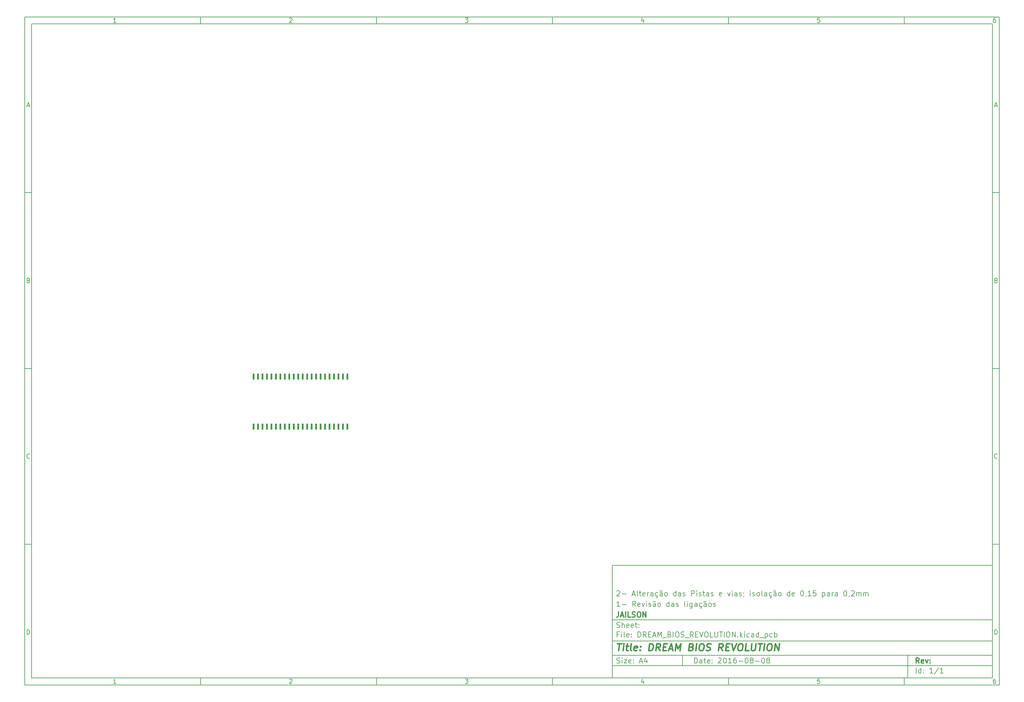
<source format=gbr>
G04 Output by CAMMaster V11.2.74  PentaLogix*
G04 Tue Aug 09 11:47:31 2016*
%FSLAX25Y25*%
%MOIN*%
%IPPOS*%
%ADD11C,0.005906*%
%ADD12C,0.011811*%
%ADD13C,0.015748*%
%ADD101R,0.019685X0.070866*%

%LPD*%
X0Y0D2*D11*G1X1027568Y-753965D2*Y-779556D1*X775599Y-753965D2*Y-765776D1*X983136Y-687739D2*Y-684646D1*X982855Y-684083*X982292Y-683802*X981448*X980886Y-684083*X980605Y-684646*Y-687739D2*Y-684646D1*X980324Y-684083*X979761Y-683802*X978918*X978355Y-684083*X978074Y-684365*Y-687739D2*Y-683802D1*X975262Y-687739D2*Y-684646D1*X974981Y-684083*X974418Y-683802*X973574*X973012Y-684083*X972731Y-684646*Y-687739D2*Y-684646D1*X972450Y-684083*X971887Y-683802*X971044*X970481Y-684083*X970200Y-684365*Y-687739D2*Y-683802D1*X967669Y-687739D2*X964013D1*X967388Y-684365*X967669Y-683521*Y-682959*X967388Y-682396*X967107Y-682115*X966544Y-681834*X965138*X964576Y-682115*X964294Y-682396*X961482Y-688583D2*X961763Y-688302D1*X962045Y-687739*Y-687458*X957264Y-681834D2*X956702Y-682115D1*X956420Y-682396*X956139Y-682959*X955858Y-684083*Y-685490*X956139Y-686614*X956420Y-687177*X956702Y-687458*X957264Y-687739*X957826*X958389Y-687458*X958670Y-687177*X958951Y-686614*X959233Y-685490*Y-684083*X958951Y-682959*X958670Y-682396*X958389Y-682115*X957826Y-681834*X957264*X948828Y-685208D2*X948265Y-685490D1*X946859*X946297Y-685771*X946015Y-686333*Y-686896*X946297Y-687458*X946859Y-687739*X948265*X948828Y-687458*X946297Y-684083D2*X946859Y-683802D1*X947984*X948546Y-684083*X948828Y-684646*Y-687739*X944328Y-683802D2*X943766D1*X943203Y-684083*X942922Y-684365*X942641Y-684927*Y-687739D2*Y-683802D1*X939829Y-685208D2*X939266Y-685490D1*X937860*X937298Y-685771*X937017Y-686333*Y-686896*X937298Y-687458*X937860Y-687739*X939266*X939829Y-687458*X937298Y-684083D2*X937860Y-683802D1*X938985*X939547Y-684083*X939829Y-684646*Y-687739*X931955Y-687458D2*X932517Y-687739D1*X933642*X934204Y-687458*X934486Y-687177*X934767Y-686614*Y-684927*X934486Y-684365*X934204Y-684083*X933642Y-683802*X932517*X931955Y-684083*Y-683802D2*Y-689708D1*X921550Y-687177D2*X921831Y-687458D1*X922393Y-687739*X923799*X924362Y-687458*X924643Y-687177*X924924Y-686614*Y-685208*X924643Y-684646*X924362Y-684365*X923799Y-684083*X922393*X921831Y-684365*X921550Y-684646*X921831Y-681834*X924643*X915925Y-683521D2*X916488Y-683240D1*X917050Y-682677*X917613Y-681834*Y-687739*X919300D2*X915925D1*X913113Y-688583D2*X913394Y-688302D1*X913676Y-687739*Y-687458*X908895Y-681834D2*X908333Y-682115D1*X908051Y-682396*X907770Y-682959*X907489Y-684083*Y-685490*X907770Y-686614*X908051Y-687177*X908333Y-687458*X908895Y-687739*X909457*X910020Y-687458*X910301Y-687177*X910582Y-686614*X910864Y-685490*Y-684083*X910582Y-682959*X910301Y-682396*X910020Y-682115*X909457Y-681834*X908895*X897928Y-685771D2*X900740Y-685208D1*Y-684646*X900459Y-684083*X899896Y-683802*X898771*X898209Y-684083*X897928Y-684646*Y-686896*X898209Y-687458*X898771Y-687739*X899896*X900459Y-687458*X895397Y-684083D2*X894834Y-683802D1*X893709*X893147Y-684083*X892866Y-684365*X892585Y-684927*Y-686614*X892866Y-687177*X893147Y-687458*X893709Y-687739*X894834*X895397Y-687458*Y-687739D2*Y-681834D1*X883867Y-687739D2*X884711D1*X885273Y-687458*X885554Y-687177*X885835Y-686614*Y-684927*X885554Y-684365*X885273Y-684083*X884711Y-683802*X883867*X883304Y-684083*X883023Y-684365*X882742Y-684927*Y-686614*X883023Y-687177*X883304Y-687458*X883867Y-687739*X880211Y-681834D2*X879930Y-682115D1*X879367Y-682396*X878243Y-681834*X877680Y-682115*X877399Y-682396*X880211Y-685208D2*X879649Y-685490D1*X878243*X877680Y-685771*X877399Y-686333*Y-686896*X877680Y-687458*X878243Y-687739*X879649*X880211Y-687458*X877680Y-684083D2*X878243Y-683802D1*X879367*X879930Y-684083*X880211Y-684646*Y-687739*X873181Y-689708D2*X874024D1*X874587Y-689427*X874868Y-688864*X874587Y-688302*X874024Y-688020*X875149Y-684083D2*X874587Y-683802D1*X873462*X872900Y-684083*X872618Y-684365*X872337Y-684927*Y-686614*X872618Y-687177*X872900Y-687458*X873462Y-687739*X874587*X875149Y-687458*X869806Y-685208D2*X869244Y-685490D1*X867838*X867275Y-685771*X866994Y-686333*Y-686896*X867275Y-687458*X867838Y-687739*X869244*X869806Y-687458*X867275Y-684083D2*X867838Y-683802D1*X868963*X869525Y-684083*X869806Y-684646*Y-687739*X864182Y-681834D2*Y-686896D1*X864463Y-687458*X865026Y-687739*X859682D2*X860526D1*X861089Y-687458*X861370Y-687177*X861651Y-686614*Y-684927*X861370Y-684365*X861089Y-684083*X860526Y-683802*X859682*X859120Y-684083*X858839Y-684365*X858558Y-684927*Y-686614*X858839Y-687177*X859120Y-687458*X859682Y-687739*X856027Y-684083D2*X855464Y-683802D1*X854621*X854058Y-684083*X853777Y-684646*Y-684927*X854058Y-685490*X854621Y-685771*X855464*X856027Y-686052*X856308Y-686614*Y-686896*X856027Y-687458*X855464Y-687739*X854339*X853777Y-687458*X851246Y-682396D2*Y-681834D1*X851527Y-682115*X851246Y-682396*X850965Y-682115*X851246Y-681834*Y-687739D2*Y-683802D1*X843934Y-684646D2*Y-684083D1*X843653Y-684365*X843934Y-684646*X844216Y-684365*X843934Y-684083*X843653Y-688583D2*X843934Y-688302D1*X844216Y-687739*Y-687458*X841122Y-684083D2*X840560Y-683802D1*X839716*X839154Y-684083*X838873Y-684646*Y-684927*X839154Y-685490*X839716Y-685771*X840560*X841122Y-686052*X841403Y-686614*Y-686896*X841122Y-687458*X840560Y-687739*X839435*X838873Y-687458*X836342Y-685208D2*X835779Y-685490D1*X834373*X833811Y-685771*X833529Y-686333*Y-686896*X833811Y-687458*X834373Y-687739*X835779*X836342Y-687458*X833811Y-684083D2*X834373Y-683802D1*X835498*X836060Y-684083*X836342Y-684646*Y-687739*X830999Y-682396D2*Y-681834D1*X831280Y-682115*X830999Y-682396*X830717Y-682115*X830999Y-681834*Y-687739D2*Y-683802D1*X828749D2*X827343Y-687739D1*X825937Y-683802*X816657Y-685771D2*X819469Y-685208D1*Y-684646*X819188Y-684083*X818625Y-683802*X817500*X816938Y-684083*X816657Y-684646*Y-686896*X816938Y-687458*X817500Y-687739*X818625*X819188Y-687458*X809626Y-684083D2*X809064Y-683802D1*X808220*X807658Y-684083*X807376Y-684646*Y-684927*X807658Y-685490*X808220Y-685771*X809064*X809626Y-686052*X809907Y-686614*Y-686896*X809626Y-687458*X809064Y-687739*X807939*X807376Y-687458*X804846Y-685208D2*X804283Y-685490D1*X802877*X802315Y-685771*X802033Y-686333*Y-686896*X802315Y-687458*X802877Y-687739*X804283*X804846Y-687458*X802315Y-684083D2*X802877Y-683802D1*X804002*X804564Y-684083*X804846Y-684646*Y-687739*X800346D2*X799784D1*X799221Y-687458*X798940Y-686896*Y-681834*X798096Y-683802D2*X800346D1*X796128Y-684083D2*X795565Y-683802D1*X794722*X794159Y-684083*X793878Y-684646*Y-684927*X794159Y-685490*X794722Y-685771*X795565*X796128Y-686052*X796409Y-686614*Y-686896*X796128Y-687458*X795565Y-687739*X794441*X793878Y-687458*X791347Y-682396D2*Y-681834D1*X791628Y-682115*X791347Y-682396*X791066Y-682115*X791347Y-681834*Y-687739D2*Y-683802D1*X785442Y-684927D2*X787691D1*X788254Y-684646*X788535Y-684365*X788816Y-683802*Y-682959*X788535Y-682396*X788254Y-682115*X787691Y-681834*X785442*Y-687739*X778130Y-684083D2*X777568Y-683802D1*X776724*X776162Y-684083*X775880Y-684646*Y-684927*X776162Y-685490*X776724Y-685771*X777568*X778130Y-686052*X778411Y-686614*Y-686896*X778130Y-687458*X777568Y-687739*X776443*X775880Y-687458*X773349Y-685208D2*X772787Y-685490D1*X771381*X770819Y-685771*X770537Y-686333*Y-686896*X770819Y-687458*X771381Y-687739*X772787*X773349Y-687458*X770819Y-684083D2*X771381Y-683802D1*X772506*X773068Y-684083*X773349Y-684646*Y-687739*X768006Y-684083D2*X767444Y-683802D1*X766319*X765757Y-684083*X765475Y-684365*X765194Y-684927*Y-686614*X765475Y-687177*X765757Y-687458*X766319Y-687739*X767444*X768006Y-687458*Y-687739D2*Y-681834D1*X756477Y-687739D2*X757320D1*X757883Y-687458*X758164Y-687177*X758445Y-686614*Y-684927*X758164Y-684365*X757883Y-684083*X757320Y-683802*X756477*X755914Y-684083*X755633Y-684365*X755352Y-684927*Y-686614*X755633Y-687177*X755914Y-687458*X756477Y-687739*X752821Y-681834D2*X752540Y-682115D1*X751977Y-682396*X750852Y-681834*X750290Y-682115*X750009Y-682396*X752821Y-685208D2*X752258Y-685490D1*X750852*X750290Y-685771*X750009Y-686333*Y-686896*X750290Y-687458*X750852Y-687739*X752258*X752821Y-687458*X750290Y-684083D2*X750852Y-683802D1*X751977*X752540Y-684083*X752821Y-684646*Y-687739*X745790Y-689708D2*X746634D1*X747196Y-689427*X747478Y-688864*X747196Y-688302*X746634Y-688020*X747759Y-684083D2*X747196Y-683802D1*X746072*X745509Y-684083*X745228Y-684365*X744947Y-684927*Y-686614*X745228Y-687177*X745509Y-687458*X746072Y-687739*X747196*X747759Y-687458*X742416Y-685208D2*X741853Y-685490D1*X740447*X739885Y-685771*X739604Y-686333*Y-686896*X739885Y-687458*X740447Y-687739*X741853*X742416Y-687458*X739885Y-684083D2*X740447Y-683802D1*X741572*X742135Y-684083*X742416Y-684646*Y-687739*X737916Y-683802D2*X737354D1*X736792Y-684083*X736510Y-684365*X736229Y-684927*Y-687739D2*Y-683802D1*X730886Y-685771D2*X733698Y-685208D1*Y-684646*X733417Y-684083*X732855Y-683802*X731730*X731167Y-684083*X730886Y-684646*Y-686896*X731167Y-687458*X731730Y-687739*X732855*X733417Y-687458*X729199Y-687739D2*X728636D1*X728074Y-687458*X727793Y-686896*Y-681834*X726949Y-683802D2*X729199D1*X724699Y-681834D2*Y-686896D1*X724981Y-687458*X725543Y-687739*X722731D2*X720762Y-681834D1*X718794Y-687739*X719356Y-686052D2*X722168D1*X707826Y-685490D2*X712326D1*X705296Y-687739D2*X701640D1*X705014Y-684365*X705296Y-683521*Y-682959*X705014Y-682396*X704733Y-682115*X704171Y-681834*X702765*X702202Y-682115*X701921Y-682396*X812157Y-695894D2*X811595Y-695613D1*X810751*X810189Y-695894*X809907Y-696457*Y-696738*X810189Y-697301*X810751Y-697582*X811595*X812157Y-697863*X812438Y-698425*Y-698707*X812157Y-699269*X811595Y-699550*X810470*X809907Y-699269*X805689Y-699550D2*X806533D1*X807095Y-699269*X807376Y-698988*X807658Y-698425*Y-696738*X807376Y-696176*X807095Y-695894*X806533Y-695613*X805689*X805127Y-695894*X804846Y-696176*X804564Y-696738*Y-698425*X804846Y-698988*X805127Y-699269*X805689Y-699550*X802033Y-693645D2*X801752Y-693926D1*X801190Y-694207*X800065Y-693645*X799502Y-693926*X799221Y-694207*X802033Y-697019D2*X801471Y-697301D1*X800065*X799502Y-697582*X799221Y-698144*Y-698707*X799502Y-699269*X800065Y-699550*X801471*X802033Y-699269*X799502Y-695894D2*X800065Y-695613D1*X801190*X801752Y-695894*X802033Y-696457*Y-699550*X795003Y-701519D2*X795847D1*X796409Y-701238*X796690Y-700675*X796409Y-700113*X795847Y-699831*X796972Y-695894D2*X796409Y-695613D1*X795284*X794722Y-695894*X794441Y-696176*X794159Y-696738*Y-698425*X794441Y-698988*X794722Y-699269*X795284Y-699550*X796409*X796972Y-699269*X791628Y-697019D2*X791066Y-697301D1*X789660*X789098Y-697582*X788816Y-698144*Y-698707*X789098Y-699269*X789660Y-699550*X791066*X791628Y-699269*X789098Y-695894D2*X789660Y-695613D1*X790785*X791347Y-695894*X791628Y-696457*Y-699550*X786285Y-695894D2*X785723Y-695613D1*X784598*X784036Y-695894*X783754Y-696176*X783473Y-696738*Y-698425*X783754Y-698988*X784036Y-699269*X784598Y-699550*X785723*X786285Y-699269*X783754Y-701238D2*X784317Y-701519D1*X785161*X785723Y-701238*X786004Y-700956*X786285Y-700394*Y-695613*X780942Y-694207D2*Y-693645D1*X781224Y-693926*X780942Y-694207*X780661Y-693926*X780942Y-693645*Y-699550D2*Y-695613D1*X777849Y-693645D2*Y-698707D1*X778130Y-699269*X778693Y-699550*X770537Y-695894D2*X769975Y-695613D1*X769131*X768569Y-695894*X768288Y-696457*Y-696738*X768569Y-697301*X769131Y-697582*X769975*X770537Y-697863*X770819Y-698425*Y-698707*X770537Y-699269*X769975Y-699550*X768850*X768288Y-699269*X765757Y-697019D2*X765194Y-697301D1*X763788*X763226Y-697582*X762945Y-698144*Y-698707*X763226Y-699269*X763788Y-699550*X765194*X765757Y-699269*X763226Y-695894D2*X763788Y-695613D1*X764913*X765475Y-695894*X765757Y-696457*Y-699550*X760414Y-695894D2*X759851Y-695613D1*X758726*X758164Y-695894*X757883Y-696176*X757601Y-696738*Y-698425*X757883Y-698988*X758164Y-699269*X758726Y-699550*X759851*X760414Y-699269*Y-699550D2*Y-693645D1*X748884Y-699550D2*X749727D1*X750290Y-699269*X750571Y-698988*X750852Y-698425*Y-696738*X750571Y-696176*X750290Y-695894*X749727Y-695613*X748884*X748321Y-695894*X748040Y-696176*X747759Y-696738*Y-698425*X748040Y-698988*X748321Y-699269*X748884Y-699550*X745228Y-693645D2*X744947Y-693926D1*X744384Y-694207*X743259Y-693645*X742697Y-693926*X742416Y-694207*X745228Y-697019D2*X744666Y-697301D1*X743259*X742697Y-697582*X742416Y-698144*Y-698707*X742697Y-699269*X743259Y-699550*X744666*X745228Y-699269*X742697Y-695894D2*X743259Y-695613D1*X744384*X744947Y-695894*X745228Y-696457*Y-699550*X739885Y-695894D2*X739322Y-695613D1*X738479*X737916Y-695894*X737635Y-696457*Y-696738*X737916Y-697301*X738479Y-697582*X739322*X739885Y-697863*X740166Y-698425*Y-698707*X739885Y-699269*X739322Y-699550*X738198*X737635Y-699269*X735104Y-694207D2*Y-693645D1*X735385Y-693926*X735104Y-694207*X734823Y-693926*X735104Y-693645*Y-699550D2*Y-695613D1*X732855D2*X731448Y-699550D1*X730042Y-695613*X725262Y-697582D2*X728074Y-697019D1*Y-696457*X727793Y-695894*X727230Y-695613*X726105*X725543Y-695894*X725262Y-696457*Y-698707*X725543Y-699269*X726105Y-699550*X727230*X727793Y-699269*X719637Y-696738D2*X721887D1*X722450Y-696457*X722731Y-696176*X723012Y-695613*Y-694770*X722731Y-694207*X722450Y-693926*X721887Y-693645*X719637*Y-699550*X723012D2*X721044Y-696738D1*X707826Y-697301D2*X712326D1*X701921Y-695332D2*X702483Y-695051D1*X703046Y-694488*X703608Y-693645*Y-699550*X705296D2*X701921D1*X726668Y-720079D2*Y-719517D1*X726387Y-719798*X726668Y-720079*X726949Y-719798*X726668Y-719517*Y-723172D2*Y-722610D1*X726387Y-722891*X726668Y-723172*X726949Y-722891*X726668Y-722610*X724699Y-723172D2*X724137D1*X723574Y-722891*X723293Y-722329*Y-717267*X722450Y-719235D2*X724699D1*X717950Y-721204D2*X720762Y-720641D1*Y-720079*X720481Y-719517*X719919Y-719235*X718794*X718231Y-719517*X717950Y-720079*Y-722329*X718231Y-722891*X718794Y-723172*X719919*X720481Y-722891*X712888Y-721204D2*X715700Y-720641D1*Y-720079*X715419Y-719517*X714857Y-719235*X713732*X713170Y-719517*X712888Y-720079*Y-722329*X713170Y-722891*X713732Y-723172*X714857*X715419Y-722891*X707826Y-719798D2*X708108Y-719517D1*X708670Y-719235*X709514*X710076Y-719517*X710357Y-720079*Y-723172*X707826D2*Y-717267D1*X705296Y-717548D2*X704452Y-717267D1*X703046*X702483Y-717548*X702202Y-717829*X701921Y-718392*Y-718954*X702202Y-719517*X702483Y-719798*X703046Y-720079*X704171Y-720360*X704733Y-720641*X705014Y-720923*X705296Y-721485*Y-722047*X705014Y-722610*X704733Y-722891*X704171Y-723172*X702765*X701921Y-722891*X696859Y-714595D2*X1122056D1*X878243Y-733521D2*X878805Y-733802D1*X879930*X880492Y-733521*X880774Y-733240*X881055Y-732677*Y-730990*X880774Y-730428*X880492Y-730146*X879930Y-729865*X878805*X878243Y-730146*Y-733802D2*Y-727897D1*X875712Y-730146D2*X875149Y-729865D1*X874024*X873462Y-730146*X873181Y-730428*X872900Y-730990*Y-732677*X873181Y-733240*X873462Y-733521*X874024Y-733802*X875149*X875712Y-733521*X867838D2*X868400Y-733802D1*X869525*X870087Y-733521*X870369Y-733240*X870650Y-732677*Y-730990*X870369Y-730428*X870087Y-730146*X869525Y-729865*X868400*X867838Y-730146*Y-729865D2*Y-735771D1*X861932Y-734365D2*X866432D1*X860526Y-730146D2*X859964Y-729865D1*X858839*X858276Y-730146*X857995Y-730428*X857714Y-730990*Y-732677*X857995Y-733240*X858276Y-733521*X858839Y-733802*X859964*X860526Y-733521*Y-733802D2*Y-727897D1*X855183Y-731271D2*X854621Y-731553D1*X853215*X852652Y-731834*X852371Y-732396*Y-732959*X852652Y-733521*X853215Y-733802*X854621*X855183Y-733521*X852652Y-730146D2*X853215Y-729865D1*X854339*X854902Y-730146*X855183Y-730709*Y-733802*X850121Y-730146D2*X849559Y-729865D1*X848434*X847871Y-730146*X847590Y-730428*X847309Y-730990*Y-732677*X847590Y-733240*X847871Y-733521*X848434Y-733802*X849559*X850121Y-733521*X844778Y-728459D2*Y-727897D1*X845059Y-728178*X844778Y-728459*X844497Y-728178*X844778Y-727897*Y-733802D2*Y-729865D1*X842247D2*X839997Y-732115D1*X840560Y-731553D2*X842247Y-733802D1*X839997D2*Y-727897D1*X837185Y-733802D2*Y-733240D1*X836904Y-733521*X837185Y-733802*X837466Y-733521*X837185Y-733240*X834373Y-727897D2*Y-733802D1*X830999Y-727897*Y-733802*X825937Y-727897D2*X825374Y-728178D1*X824812Y-728740*X824531Y-729865*Y-731834*X824812Y-732959*X825374Y-733521*X825937Y-733802*X827062*X827624Y-733521*X828186Y-732959*X828468Y-731834*Y-729865*X828186Y-728740*X827624Y-728178*X827062Y-727897*X825937*X822000Y-733802D2*Y-727897D1*X818344Y-733802D2*Y-727897D1*X816657D2*X820031D1*X814688D2*Y-732677D1*X814407Y-733240*X814126Y-733521*X813563Y-733802*X812438*X811876Y-733521*X811595Y-733240*X811314Y-732677*Y-727897*X806533D2*Y-733802D1*X809345*X801471Y-727897D2*X800909Y-728178D1*X800346Y-728740*X800065Y-729865*Y-731834*X800346Y-732959*X800909Y-733521*X801471Y-733802*X802596*X803158Y-733521*X803721Y-732959*X804002Y-731834*Y-729865*X803721Y-728740*X803158Y-728178*X802596Y-727897*X801471*X798378D2*X796409Y-733802D1*X794441Y-727897*X792753D2*X789941D1*Y-733802*X792753*X789941Y-730709D2*X791910D1*X784036Y-730990D2*X786285D1*X786848Y-730709*X787129Y-730428*X787410Y-729865*Y-729022*X787129Y-728459*X786848Y-728178*X786285Y-727897*X784036*Y-733802*X787410D2*X785442Y-730990D1*X778130Y-734365D2*X782630D1*X777005Y-728178D2*X776162Y-727897D1*X774756*X774193Y-728178*X773912Y-728459*X773631Y-729022*Y-729584*X773912Y-730146*X774193Y-730428*X774756Y-730709*X775880Y-730990*X776443Y-731271*X776724Y-731553*X777005Y-732115*Y-732677*X776724Y-733240*X776443Y-733521*X775880Y-733802*X774474*X773631Y-733521*X768850Y-727897D2*X768288Y-728178D1*X767725Y-728740*X767444Y-729865*Y-731834*X767725Y-732959*X768288Y-733521*X768850Y-733802*X769975*X770537Y-733521*X771100Y-732959*X771381Y-731834*Y-729865*X771100Y-728740*X770537Y-728178*X769975Y-727897*X768850*X764913Y-733802D2*Y-727897D1*X759008Y-730709D2*X760976D1*X761538Y-730428*X761820Y-730146*X762101Y-729584*Y-729022*X761820Y-728459*X761538Y-728178*X760976Y-727897*X759008*Y-733802*X761257*X761820Y-733521*X762101Y-733240*X762382Y-732677*Y-731834*X762101Y-731271*X761820Y-730990*X760976Y-730709*X753102Y-734365D2*X757601D1*X751696Y-733802D2*Y-727897D1*X749727Y-732115*X747759Y-727897*Y-733802*X745790D2*X743822Y-727897D1*X741853Y-733802*X742416Y-732115D2*X745228D1*X740166Y-727897D2*X737354D1*Y-733802*X740166*X737354Y-730709D2*X739322D1*X731448Y-730990D2*X733698D1*X734261Y-730709*X734542Y-730428*X734823Y-729865*Y-729022*X734542Y-728459*X734261Y-728178*X733698Y-727897*X731448*Y-733802*X734823D2*X732855Y-730990D1*X725543Y-733802D2*X726949D1*X727793Y-733521*X728355Y-732959*X728636Y-732396*X728918Y-731271*Y-730428*X728636Y-729303*X728355Y-728740*X727793Y-728178*X726949Y-727897*X725543*Y-733802*X718231Y-730709D2*Y-730146D1*X717950Y-730428*X718231Y-730709*X718513Y-730428*X718231Y-730146*Y-733802D2*Y-733240D1*X717950Y-733521*X718231Y-733802*X718513Y-733521*X718231Y-733240*X712888Y-731834D2*X715700Y-731271D1*Y-730709*X715419Y-730146*X714857Y-729865*X713732*X713170Y-730146*X712888Y-730709*Y-732959*X713170Y-733521*X713732Y-733802*X714857*X715419Y-733521*X710076Y-727897D2*Y-732959D1*X710357Y-733521*X710920Y-733802*X707264Y-728459D2*Y-727897D1*X707545Y-728178*X707264Y-728459*X706983Y-728178*X707264Y-727897*Y-733802D2*Y-729865D1*X705014Y-727897D2*X702202D1*Y-733802*X704171Y-730709D2*X702202D1*X696859Y-738217D2*X1122056D1*X1063844Y-769741D2*X1064407Y-769460D1*X1064969Y-768898*X1065532Y-768054*Y-773960*X1067219D2*X1063844D1*X1062157Y-767773D2*X1057095Y-775366D1*X1052033Y-769741D2*X1052596Y-769460D1*X1053158Y-768898*X1053721Y-768054*Y-773960*X1055408D2*X1052033D1*X1045003Y-770866D2*Y-770304D1*X1044722Y-770585*X1045003Y-770866*X1045284Y-770585*X1045003Y-770304*Y-773960D2*Y-773397D1*X1044722Y-773679*X1045003Y-773960*X1045284Y-773679*X1045003Y-773397*X1042191Y-770304D2*X1041628Y-770023D1*X1040504*X1039941Y-770304*X1039660Y-770585*X1039379Y-771148*Y-772835*X1039660Y-773397*X1039941Y-773679*X1040504Y-773960*X1041628*X1042191Y-773679*Y-773960D2*Y-768054D1*X1036848Y-773960D2*Y-768054D1*X736229Y-760968D2*X732573D1*X733979Y-756749*X735385Y-758999D2*Y-762936D1*X730886D2*X728918Y-757031D1*X726949Y-762936*X727511Y-761249D2*X730324D1*X720481Y-759843D2*Y-759280D1*X720200Y-759562*X720481Y-759843*X720762Y-759562*X720481Y-759280*Y-762936D2*Y-762374D1*X720200Y-762655*X720481Y-762936*X720762Y-762655*X720481Y-762374*X715138Y-760968D2*X717950Y-760405D1*Y-759843*X717669Y-759280*X717107Y-758999*X715982*X715419Y-759280*X715138Y-759843*Y-762092*X715419Y-762655*X715982Y-762936*X717107*X717669Y-762655*X713170Y-762936D2*X710076D1*X713170Y-758999*X710076*X707826Y-757593D2*Y-757031D1*X708108Y-757312*X707826Y-757593*X707545Y-757312*X707826Y-757031*Y-762936D2*Y-758999D1*X705296Y-757312D2*X704452Y-757031D1*X703046*X702483Y-757312*X702202Y-757593*X701921Y-758155*Y-758718*X702202Y-759280*X702483Y-759562*X703046Y-759843*X704171Y-760124*X704733Y-760405*X705014Y-760686*X705296Y-761249*Y-761811*X705014Y-762374*X704733Y-762655*X704171Y-762936*X702765*X701921Y-762655*X696859Y-753965D2*X1122056D1*X696859Y-765776D2*X1122056D1*X871775Y-759562D2*X872337Y-759843D1*X872618Y-760124*X872900Y-760686*Y-761811*X872618Y-762374*X872337Y-762655*X871775Y-762936*X870650*X870087Y-762655*X869806Y-762374*X869525Y-761811*Y-760686*X869806Y-760124*X870087Y-759843*X870650Y-759562*X871775*X872337Y-759280*X872618Y-758999*X872900Y-758437*Y-758155*X872618Y-757593*X872337Y-757312*X871775Y-757031*X870650*X870087Y-757312*X869806Y-757593*X869525Y-758155*Y-758437*X869806Y-758999*X870087Y-759280*X870650Y-759562*X865307Y-757031D2*X864744Y-757312D1*X864463Y-757593*X864182Y-758155*X863901Y-759280*Y-760686*X864182Y-761811*X864463Y-762374*X864744Y-762655*X865307Y-762936*X865869*X866432Y-762655*X866713Y-762374*X866994Y-761811*X867275Y-760686*Y-759280*X866994Y-758155*X866713Y-757593*X866432Y-757312*X865869Y-757031*X865307*X856870Y-760686D2*X861370D1*X853214Y-759562D2*X853777Y-759843D1*X854058Y-760124*X854339Y-760686*Y-761811*X854058Y-762374*X853777Y-762655*X853214Y-762936*X852090*X851527Y-762655*X851246Y-762374*X850965Y-761811*Y-760686*X851246Y-760124*X851527Y-759843*X852090Y-759562*X853214*X853777Y-759280*X854058Y-758999*X854339Y-758437*Y-758155*X854058Y-757593*X853777Y-757312*X853214Y-757031*X852090*X851527Y-757312*X851246Y-757593*X850965Y-758155*Y-758437*X851246Y-758999*X851527Y-759280*X852090Y-759562*X846747Y-757031D2*X846184Y-757312D1*X845903Y-757593*X845622Y-758155*X845340Y-759280*Y-760686*X845622Y-761811*X845903Y-762374*X846184Y-762655*X846747Y-762936*X847309*X847871Y-762655*X848153Y-762374*X848434Y-761811*X848715Y-760686*Y-759280*X848434Y-758155*X848153Y-757593*X847871Y-757312*X847309Y-757031*X846747*X838310Y-760686D2*X842810D1*X832405Y-760405D2*X832686Y-759843D1*X832967Y-759562*X833529Y-759280*X834654*X835217Y-759562*X835498Y-759843*X835779Y-760405*Y-761811*X835498Y-762374*X835217Y-762655*X834654Y-762936*X833529*X832967Y-762655*X832686Y-762374*X832405Y-761811*Y-759562*X832686Y-758437*X833248Y-757593*X833529Y-757312*X834092Y-757031*X835217*X826780Y-758718D2*X827343Y-758437D1*X827905Y-757874*X828468Y-757031*Y-762936*X830155D2*X826780D1*X822562Y-757031D2*X822000Y-757312D1*X821718Y-757593*X821437Y-758155*X821156Y-759280*Y-760686*X821437Y-761811*X821718Y-762374*X822000Y-762655*X822562Y-762936*X823125*X823687Y-762655*X823968Y-762374*X824249Y-761811*X824531Y-760686*Y-759280*X824249Y-758155*X823968Y-757593*X823687Y-757312*X823125Y-757031*X822562*X818906Y-762936D2*X815251D1*X818625Y-759562*X818906Y-758718*Y-758155*X818625Y-757593*X818344Y-757312*X817781Y-757031*X816375*X815813Y-757312*X815532Y-757593*X808501Y-759843D2*Y-759280D1*X808220Y-759562*X808501Y-759843*X808783Y-759562*X808501Y-759280*Y-762936D2*Y-762374D1*X808220Y-762655*X808501Y-762936*X808783Y-762655*X808501Y-762374*X803158Y-760968D2*X805970Y-760405D1*Y-759843*X805689Y-759280*X805127Y-758999*X804002*X803439Y-759280*X803158Y-759843*Y-762092*X803439Y-762655*X804002Y-762936*X805127*X805689Y-762655*X801471Y-762936D2*X800909D1*X800346Y-762655*X800065Y-762092*Y-757031*X799221Y-758999D2*X801471D1*X797253Y-760405D2*X796690Y-760686D1*X795284*X794722Y-760968*X794441Y-761530*Y-762092*X794722Y-762655*X795284Y-762936*X796690*X797253Y-762655*X794722Y-759280D2*X795284Y-758999D1*X796409*X796972Y-759280*X797253Y-759843*Y-762936*X788816D2*X790222D1*X791066Y-762655*X791628Y-762092*X791910Y-761530*X792191Y-760405*Y-759562*X791910Y-758437*X791628Y-757874*X791066Y-757312*X790222Y-757031*X788816*Y-762936*X1124652Y-730662D2*X1125871D1*X1126602Y-730418*X1127090Y-729931*X1127333Y-729443*X1127577Y-728468*Y-727737*X1127333Y-726762*X1127090Y-726275*X1126602Y-725787*X1125871Y-725544*X1124652*Y-730662*X1127577Y-529181D2*X1127333Y-528937D1*X1126602Y-528693*X1126115*X1125384Y-528937*X1124896Y-529424*X1124652Y-529912*X1124409Y-530887*Y-531618*X1124652Y-532593*X1124896Y-533080*X1125384Y-533568*X1126115Y-533811*X1126602*X1127333Y-533568*X1127577Y-533324*X1124652Y-334280D2*X1126359D1*X1126846Y-334036*X1127090Y-333793*X1127333Y-333305*Y-332818*X1127090Y-332330*X1126846Y-332087*X1126359Y-331843*X1124652*Y-336961*X1126602*X1127090Y-336717*X1127333Y-336474*X1127577Y-335986*Y-335255*X1127333Y-334768*X1127090Y-334524*X1126359Y-334280*X1127699Y-140111D2*X1125993Y-134993D1*X1124287Y-140111*X1124774Y-138648D2*X1127211D1*X1129930Y-629921D2*X1122056D1*X1129930Y-433071D2*X1122056D1*X1129930Y-236220D2*X1122056D1*X41967Y-730662D2*X43185D1*X43916Y-730418*X44404Y-729931*X44648Y-729443*X44891Y-728468*Y-727737*X44648Y-726762*X44404Y-726275*X43916Y-725787*X43185Y-725544*X41967*Y-730662*X44891Y-529181D2*X44648Y-528937D1*X43916Y-528693*X43429*X42698Y-528937*X42210Y-529424*X41967Y-529912*X41723Y-530887*Y-531618*X41967Y-532593*X42210Y-533080*X42698Y-533568*X43429Y-533811*X43916*X44648Y-533568*X44891Y-533324*X41967Y-334280D2*X43673D1*X44160Y-334036*X44404Y-333793*X44648Y-333305*Y-332818*X44404Y-332330*X44160Y-332087*X43673Y-331843*X41967*Y-336961*X43916*X44404Y-336717*X44648Y-336474*X44891Y-335986*Y-335255*X44648Y-334768*X44404Y-334524*X43673Y-334280*X45013Y-140111D2*X43307Y-134993D1*X41601Y-140111*X42089Y-138648D2*X44526D1*X39370Y-629921D2*X47244D1*X39370Y-433071D2*X47244D1*X39370Y-236220D2*X47244D1*X1123022Y-783615D2*X1123266Y-783127D1*X1123510Y-782884*X1123997Y-782640*X1124972*X1125459Y-782884*X1125703Y-783127*X1125947Y-783615*Y-784833*X1125703Y-785321*X1125459Y-785565*X1124972Y-785808*X1123997*X1123510Y-785565*X1123266Y-785321*X1123022Y-784833*Y-782884*X1123266Y-781909*X1123753Y-781178*X1123997Y-780934*X1124484Y-780690*X1125459*X926172Y-785321D2*X926415Y-785565D1*X926903Y-785808*X928121*X928609Y-785565*X928853Y-785321*X929096Y-784833*Y-783615*X928853Y-783127*X928609Y-782884*X928121Y-782640*X926903*X926415Y-782884*X926172Y-783127*X926415Y-780690*X928853*X732490Y-784102D2*X729321D1*X730540Y-780446*X731759Y-782396D2*Y-785808D1*X532227Y-785321D2*X532471Y-785565D1*X532958Y-785808*X534421*X534908Y-785565*X535152Y-785321*X535396Y-784833*Y-783615*X535152Y-783127*X534908Y-782884*X534421Y-782640*X533690*X535396Y-780690*X532227*X338545Y-785808D2*X335377D1*X338301Y-782884*X338545Y-782152*Y-781665*X338301Y-781178*X338058Y-780934*X337570Y-780690*X336352*X335864Y-780934*X335621Y-781178*X138770Y-782152D2*X139258Y-781909D1*X139745Y-781421*X140232Y-780690*Y-785808*X141695D2*X138770D1*X1023622Y-779556D2*Y-787430D1*X826772Y-779556D2*Y-787430D1*X629921Y-779556D2*Y-787430D1*X433071Y-779556D2*Y-787430D1*X236220Y-779556D2*Y-787430D1*X1123022Y-43429D2*X1123266Y-42941D1*X1123510Y-42698*X1123997Y-42454*X1124972*X1125459Y-42698*X1125703Y-42941*X1125947Y-43429*Y-44648*X1125703Y-45135*X1125459Y-45379*X1124972Y-45622*X1123997*X1123510Y-45379*X1123266Y-45135*X1123022Y-44648*Y-42698*X1123266Y-41723*X1123753Y-40992*X1123997Y-40748*X1124484Y-40504*X1125459*X926172Y-45135D2*X926415Y-45379D1*X926903Y-45622*X928121*X928609Y-45379*X928853Y-45135*X929096Y-44648*Y-43429*X928853Y-42941*X928609Y-42698*X928121Y-42454*X926903*X926415Y-42698*X926172Y-42941*X926415Y-40504*X928853*X732490Y-43916D2*X729321D1*X730540Y-40261*X731759Y-42210D2*Y-45622D1*X532227Y-45135D2*X532471Y-45379D1*X532958Y-45622*X534421*X534908Y-45379*X535152Y-45135*X535396Y-44648*Y-43429*X535152Y-42941*X534908Y-42698*X534421Y-42454*X533690*X535396Y-40504*X532227*X338545Y-45622D2*X335377D1*X338301Y-42698*X338545Y-41967*Y-41479*X338301Y-40992*X338058Y-40748*X337570Y-40504*X336352*X335864Y-40748*X335621Y-40992*X138770Y-41967D2*X139258Y-41723D1*X139745Y-41235*X140232Y-40504*Y-45622*X141695D2*X138770D1*X1023622Y-47244D2*Y-39370D1*X826772Y-47244D2*Y-39370D1*X629921Y-47244D2*Y-39370D1*X433071Y-47244D2*Y-39370D1*X236220Y-47244D2*Y-39370D1*X47244Y-47244D2*X1122056D1*Y-779556*X47244*Y-47244*X39370Y-39370D2*X1129930D1*Y-787430*X39370*Y-39370*X696859Y-653572D2*X1122056D1*Y-779556*X696859*Y-653572*D12*X734542Y-705456D2*Y-711361D1*X731167Y-705456*Y-711361*X726105Y-705456D2*X725543Y-705737D1*X724981Y-706299*X724699Y-707424*Y-709393*X724981Y-710518*X725543Y-711080*X726105Y-711361*X727230*X727793Y-711080*X728355Y-710518*X728636Y-709393*Y-707424*X728355Y-706299*X727793Y-705737*X727230Y-705456*X726105*X722450Y-705737D2*X721606Y-705456D1*X720200*X719637Y-705737*X719356Y-706018*X719075Y-706581*Y-707143*X719356Y-707706*X719637Y-707987*X720200Y-708268*X721325Y-708549*X721887Y-708830*X722168Y-709112*X722450Y-709674*Y-710236*X722168Y-710799*X721887Y-711080*X721325Y-711361*X719919*X719075Y-711080*X714576Y-705456D2*Y-711361D1*X717388*X711763D2*Y-705456D1*X709795Y-711361D2*X707826Y-705456D1*X705858Y-711361*X706420Y-709674D2*X709233D1*X701640Y-711361D2*X702202D1*X703046Y-711080*X703608Y-710518*X703889Y-709674*Y-705456*X1052315Y-759843D2*Y-759280D1*X1052033Y-759562*X1052315Y-759843*X1052596Y-759562*X1052315Y-759280*Y-762936D2*Y-762374D1*X1052033Y-762655*X1052315Y-762936*X1052596Y-762655*X1052315Y-762374*X1050065Y-758999D2*X1048659Y-762936D1*X1047253Y-758999*X1042472Y-760968D2*X1045284Y-760405D1*Y-759843*X1045003Y-759280*X1044441Y-758999*X1043316*X1042753Y-759280*X1042472Y-759843*Y-762092*X1042753Y-762655*X1043316Y-762936*X1044441*X1045003Y-762655*X1036848Y-760124D2*X1039098D1*X1039660Y-759843*X1039941Y-759562*X1040222Y-758999*Y-758155*X1039941Y-757593*X1039660Y-757312*X1039098Y-757031*X1036848*Y-762936*X1040222D2*X1038254Y-760124D1*D13*X883679Y-740992D2*X882695Y-748866D1*X879180Y-740992*X878196Y-748866*X872431Y-740992D2*X871634Y-741367D1*X870790Y-742117*X870228Y-743617*X869900Y-746241*X870087Y-747741*X870744Y-748491*X871447Y-748866*X872946*X873743Y-748491*X874587Y-747741*X875149Y-746241*X875477Y-743617*X875290Y-742117*X874634Y-741367*X873931Y-740992*X872431*X866197Y-748866D2*X867182Y-740992D1*X861323Y-748866D2*X862307Y-740992D1*X860057D2*X864557D1*X857433D2*X856636Y-747366D1*X856167Y-748116*X855745Y-748491*X854949Y-748866*X853449*X852746Y-748491*X852418Y-748116*X852137Y-747366*X852933Y-740992*X846559D2*X845575Y-748866D1*X849324*X839810Y-740992D2*X839013Y-741367D1*X838170Y-742117*X837607Y-743617*X837279Y-746241*X837466Y-747741*X838123Y-748491*X838826Y-748866*X840326*X841122Y-748491*X841966Y-747741*X842528Y-746241*X842856Y-743617*X842669Y-742117*X842013Y-741367*X841310Y-740992*X839810*X835685D2*X832077Y-748866D1*X830436Y-740992*X828186D2*X824437D1*X823453Y-748866*X827202*X823968Y-744741D2*X826593D1*X816047Y-745116D2*X819047D1*X819844Y-744741*X820266Y-744367*X820734Y-743617*X820875Y-742492*X820594Y-741742*X820266Y-741367*X819562Y-740992*X816563*X815579Y-748866*X820078D2*X817922Y-745116D1*X807142Y-741367D2*X806064Y-740992D1*X804189*X803393Y-741367*X802971Y-741742*X802502Y-742492*X802408Y-743242*X802690Y-743992*X803018Y-744367*X803721Y-744741*X805174Y-745116*X805877Y-745491*X806205Y-745866*X806486Y-746616*X806392Y-747366*X805924Y-748116*X805502Y-748491*X804705Y-748866*X802830*X801752Y-748491*X796315Y-740992D2*X795519Y-741367D1*X794675Y-742117*X794113Y-743617*X793784Y-746241*X793972Y-747741*X794628Y-748491*X795331Y-748866*X796831*X797628Y-748491*X798471Y-747741*X799034Y-746241*X799362Y-743617*X799174Y-742117*X798518Y-741367*X797815Y-740992*X796315*X790082Y-748866D2*X791066Y-740992D1*X782723Y-744741D2*X785348D1*X786145Y-744367*X786567Y-743992*X787035Y-743242*X787129Y-742492*X786848Y-741742*X786520Y-741367*X785817Y-740992*X783192*X782208Y-748866*X785207*X786004Y-748491*X786426Y-748116*X786895Y-747366*X787035Y-746241*X786754Y-745491*X786426Y-745116*X785348Y-744741*X772459Y-748866D2*X773443Y-740992D1*X770116Y-746616*X768194Y-740992*X767210Y-748866*X764585D2*X762945Y-740992D1*X759336Y-748866*X760367Y-746616D2*X764116D1*X758070Y-740992D2*X754321D1*X753336Y-748866*X757086*X753852Y-744741D2*X756477D1*X745931Y-745116D2*X748931D1*X749727Y-744741*X750149Y-744367*X750618Y-743617*X750759Y-742492*X750477Y-741742*X750149Y-741367*X749446Y-740992*X746447*X745462Y-748866*X749962D2*X747806Y-745116D1*X737588Y-748866D2*X739463D1*X740635Y-748491*X741478Y-747741*X741947Y-746991*X742510Y-745491*X742650Y-744367*X742463Y-742867*X742182Y-742117*X741525Y-741367*X740447Y-740992*X738573*X737588Y-748866*X728355Y-744741D2*X728449Y-743992D1*X728027Y-744367*X728355Y-744741*X728777Y-744367*X728449Y-743992*X727840Y-748866D2*X727933Y-748116D1*X727511Y-748491*X727840Y-748866*X728261Y-748491*X727933Y-748116*X721044Y-746241D2*X724887Y-745491D1*X724981Y-744741*X724699Y-743992*X723996Y-743617*X722496*X721700Y-743992*X721231Y-744741*X720856Y-747741*X721137Y-748491*X721840Y-748866*X723340*X724137Y-748491*X717950Y-740992D2*X717107Y-747741D1*X717388Y-748491*X718091Y-748866*X714341D2*X713591D1*X712888Y-748491*X712607Y-747741*X713451Y-740992*X711998Y-743617D2*X714997D1*X709607Y-741742D2*X709701Y-740992D1*X710029Y-741367*X709607Y-741742*X709279Y-741367*X709701Y-740992*X708717Y-748866D2*X709373Y-743617D1*X703843Y-748866D2*X704827Y-740992D1*X702577D2*X707077D1*D101*X295500Y-498000D3*X300500D3*X305500D3*X310500D3*X315500D3*X320500D3*X325500D3*X330500D3*X335500D3*X340500D3*X345500D3*X350500D3*X355500D3*X360500D3*X365500D3*X370500D3*X375500D3*X380500D3*X385500D3*X390500D3*X395500D3*X400500D3*Y-442000D3*X395500D3*X390500D3*X385500D3*X380500D3*X375500D3*X370500D3*X365500D3*X360500D3*X355500D3*X350500D3*X345500D3*X340500D3*X335500D3*X330500D3*X325500D3*X320500D3*X315500D3*X310500D3*X305500D3*X300500D3*X295500D3*X0Y0D2*M02*
</source>
